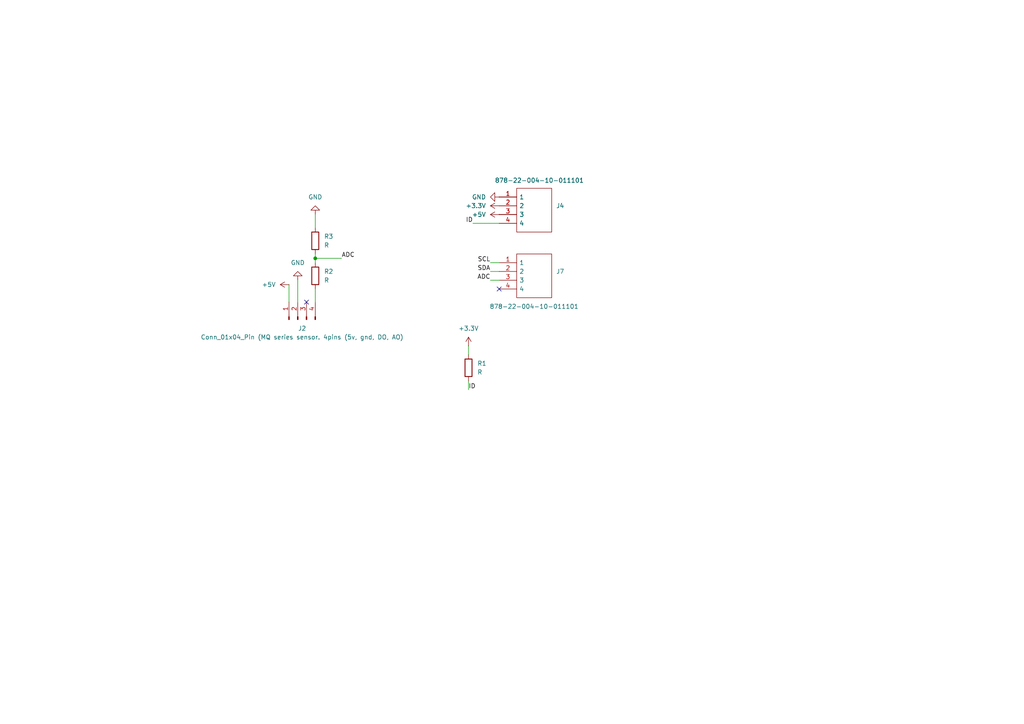
<source format=kicad_sch>
(kicad_sch (version 20250114) (generator "eeschema") (generator_version "9.0")
  (paper "A4")
  (lib_symbols
    (symbol "878-22-004-10-011101:878-22-004-10-011101" (pin_names (offset 0.762))
      (property "Reference" "J" (at 16.51 7.62 0))
      (property "Value" "878-22-004-10-011101" (at 16.51 5.08 0))
      (symbol "878-22-004-10-011101_0_0"
        (pin passive line (at 0 0 0) (length 5.08) (name "1") (number "1"))
        (pin passive line (at 0 -2.54 0) (length 5.08) (name "2") (number "2"))
        (pin passive line (at 0 -5.08 0) (length 5.08) (name "3") (number "3"))
        (pin passive line (at 0 -7.62 0) (length 5.08) (name "4") (number "4"))
      )
      (symbol "878-22-004-10-011101_0_1"
        (polyline (pts (xy 5.08 2.54) (xy 15.24 2.54) (xy 15.24 -10.16) (xy 5.08 -10.16) (xy 5.08 2.54)) (stroke (width 0.1524)))
      )
    )
    (symbol "Connector:Conn_01x04_Pin" (pin_names (offset 1.016) (hide yes))
      (property "Reference" "J" (at 0 5.08 0))
      (property "Value" "Conn_01x04_Pin" (at 0 -7.62 0))
      (symbol "Conn_01x04_Pin_1_1"
        (rectangle (start 0.8636 2.667) (end 0 2.413) (stroke (width 0.1524)) (fill (type outline)))
        (rectangle (start 0.8636 0.127) (end 0 -0.127) (stroke (width 0.1524)) (fill (type outline)))
        (rectangle (start 0.8636 -2.413) (end 0 -2.667) (stroke (width 0.1524)) (fill (type outline)))
        (rectangle (start 0.8636 -4.953) (end 0 -5.207) (stroke (width 0.1524)) (fill (type outline)))
        (polyline (pts (xy 1.27 2.54) (xy 0.8636 2.54)) (stroke (width 0.1524)))
        (polyline (pts (xy 1.27 0) (xy 0.8636 0)) (stroke (width 0.1524)))
        (polyline (pts (xy 1.27 -2.54) (xy 0.8636 -2.54)) (stroke (width 0.1524)))
        (polyline (pts (xy 1.27 -5.08) (xy 0.8636 -5.08)) (stroke (width 0.1524)))
        (pin passive line (at 5.08 2.54 180) (length 3.81) (name "Pin_1") (number "1"))
        (pin passive line (at 5.08 0 180) (length 3.81) (name "Pin_2") (number "2"))
        (pin passive line (at 5.08 -2.54 180) (length 3.81) (name "Pin_3") (number "3"))
        (pin passive line (at 5.08 -5.08 180) (length 3.81) (name "Pin_4") (number "4"))
      )
    )
    (symbol "Device:R" (pin_numbers (hide yes)) (pin_names (offset 0))
      (property "Reference" "R" (at 2.032 0 90))
      (property "Value" "R" (at 0 0 90))
      (symbol "R_0_1"
        (rectangle (start -1.016 -2.54) (end 1.016 2.54) (stroke (width 0.254)))
      )
      (symbol "R_1_1"
        (pin passive line (at 0 3.81 270) (length 1.27) (name "~") (number "1"))
        (pin passive line (at 0 -3.81 90) (length 1.27) (name "~") (number "2"))
      )
    )
    (symbol "power:+3.3V" (power) (pin_numbers (hide yes)) (pin_names (offset 0) (hide yes))
      (property "Value" "+3.3V" (at 0 3.556 0))
      (symbol "+3.3V_0_1"
        (polyline (pts (xy -0.762 1.27) (xy 0 2.54)))
        (polyline (pts (xy 0 2.54) (xy 0.762 1.27)))
        (polyline (pts (xy 0 0) (xy 0 2.54)))
      )
      (symbol "+3.3V_1_1"
        (pin power_in line (at 0 0 90) (length 0) (name "~") (number "1"))
      )
    )
    (symbol "power:+5V" (power) (pin_numbers (hide yes)) (pin_names (offset 0) (hide yes))
      (property "Value" "+5V" (at 0 3.556 0))
      (symbol "+5V_0_1"
        (polyline (pts (xy -0.762 1.27) (xy 0 2.54)))
        (polyline (pts (xy 0 2.54) (xy 0.762 1.27)))
        (polyline (pts (xy 0 0) (xy 0 2.54)))
      )
      (symbol "+5V_1_1"
        (pin power_in line (at 0 0 90) (length 0) (name "~") (number "1"))
      )
    )
    (symbol "power:GND" (power) (pin_numbers (hide yes)) (pin_names (offset 0) (hide yes))
      (property "Value" "GND" (at 0 -3.81 0))
      (symbol "GND_0_1"
        (polyline (pts (xy 0 0) (xy 0 -1.27) (xy 1.27 -1.27) (xy 0 -2.54) (xy -1.27 -1.27) (xy 0 -1.27)))
      )
      (symbol "GND_1_1"
        (pin power_in line (at 0 0 270) (length 0) (name "~") (number "1"))
      )
    )
  )
  (junction (at 91.44 74.93))
  (no_connect (at 88.9 87.63))
  (no_connect (at 144.78 83.82))
  (wire (pts (xy 135.89 113.03) (xy 135.89 110.49)))
  (wire (pts (xy 86.36 81.28) (xy 86.36 87.63)))
  (wire (pts (xy 142.24 81.28) (xy 144.78 81.28)))
  (wire (pts (xy 91.44 62.23) (xy 91.44 66.04)))
  (wire (pts (xy 91.44 83.82) (xy 91.44 87.63)))
  (wire (pts (xy 91.44 74.93) (xy 99.06 74.93)))
  (wire (pts (xy 137.16 64.77) (xy 144.78 64.77)))
  (wire (pts (xy 83.82 82.55) (xy 83.82 87.63)))
  (wire (pts (xy 91.44 74.93) (xy 91.44 76.2)))
  (wire (pts (xy 144.78 78.74) (xy 142.24 78.74)))
  (wire (pts (xy 142.24 76.2) (xy 144.78 76.2)))
  (wire (pts (xy 135.89 100.33) (xy 135.89 102.87)))
  (wire (pts (xy 91.44 73.66) (xy 91.44 74.93)))
  (label "ID" (at 137.16 64.77 180))
  (label "ADC" (at 99.06 74.93 0))
  (label "ID" (at 135.89 113.03 0))
  (label "SCL" (at 142.24 76.2 180))
  (label "SDA" (at 142.24 78.74 180))
  (label "ADC" (at 142.24 81.28 180))
  (symbol (lib_id "878-22-004-10-011101:878-22-004-10-011101") (at 144.78 57.15 0) (unit 1)
    (property "Reference" "J4" (at 161.29 59.6899 0) (effects (justify left)))
    (property "Value" "878-22-004-10-011101" (at 143.51 52.324 0) (effects (justify left)))
    (property "Footprint" "BOREALIS:8782200410011101" (effects (hide yes)))
    (property "Datasheet" "https://www.mill-max.com/products/spring-loaded/slc-pin-header-strip/878-xx-xxx-10-011101/878-22-004-10-011101?s_term=878-22-004-10-011101&s_type=Quick/Product/Part%20Number%20Search" (effects (hide yes)))
    (property "Description" "Headers & Wire Housings Magnetic Spring-Loaded Pin Header Strip 4 Pins" (effects (hide yes)))
    (property "Description_1" "Headers & Wire Housings Magnetic Spring-Loaded Pin Header Strip 4 Pins" (effects (hide yes)))
    (property "Height" "9.6" (effects (hide yes)))
    (property "Mouser Part Number" "575-8782200410010000" (effects (hide yes)))
    (property "Mouser Price/Stock" "https://www.mouser.co.uk/ProductDetail/Mill-Max/878-22-004-10-011101?qs=t7xnP681wgWdOYPvR3%252B%2FbA%3D%3D" (effects (hide yes)))
    (property "Manufacturer_Name" "Mill-Max" (effects (hide yes)))
    (property "Manufacturer_Part_Number" "878-22-004-10-011101" (effects (hide yes)))
  )
  (symbol (lib_id "Device:R") (at 91.44 69.85 0) (unit 1)
    (property "Reference" "R3" (at 93.98 68.5799 0) (effects (justify left)))
    (property "Value" "R" (at 93.98 71.1199 0) (effects (justify left)))
    (property "Footprint" "Resistor_SMD:R_0805_2012Metric" (effects (hide yes)))
    (property "Description" "Resistor" (effects (hide yes)))
  )
  (symbol (lib_id "power:GND") (at 144.78 57.15 270) (unit 1)
    (property "Reference" "#PWR08" (effects (hide yes)))
    (property "Value" "GND" (at 140.97 57.1499 90) (effects (justify right)))
    (property "Description" "Power symbol creates a global label with name \"GND\" , ground" (effects (hide yes)))
  )
  (symbol (lib_id "power:+3.3V") (at 135.89 100.33 0) (unit 1)
    (property "Reference" "#PWR02" (effects (hide yes)))
    (property "Value" "+3.3V" (at 135.89 95.25 0))
    (property "Description" "Power symbol creates a global label with name \"+3.3V\"" (effects (hide yes)))
  )
  (symbol (lib_id "Connector:Conn_01x04_Pin") (at 86.36 92.71 90) (unit 1)
    (property "Reference" "J2" (at 87.63 95.25 90))
    (property "Value" "Conn_01x04_Pin (MQ series sensor. 4pins (5v, gnd, DO, AO)" (at 87.63 97.79 90))
    (property "Description" "Generic connector, single row, 01x04, script generated" (effects (hide yes)))
  )
  (symbol (lib_id "power:+3.3V") (at 144.78 59.69 90) (unit 1)
    (property "Reference" "#PWR010" (effects (hide yes)))
    (property "Value" "+3.3V" (at 140.97 59.6899 90) (effects (justify left)))
    (property "Description" "Power symbol creates a global label with name \"+3.3V\"" (effects (hide yes)))
  )
  (symbol (lib_id "Device:R") (at 91.44 80.01 0) (unit 1)
    (property "Reference" "R2" (at 93.98 78.7399 0) (effects (justify left)))
    (property "Value" "R" (at 93.98 81.2799 0) (effects (justify left)))
    (property "Footprint" "Resistor_SMD:R_0805_2012Metric" (effects (hide yes)))
    (property "Description" "Resistor" (effects (hide yes)))
  )
  (symbol (lib_id "power:GND") (at 91.44 62.23 180) (unit 1)
    (property "Reference" "#PWR05" (effects (hide yes)))
    (property "Value" "GND" (at 91.44 57.15 0))
    (property "Description" "Power symbol creates a global label with name \"GND\" , ground" (effects (hide yes)))
  )
  (symbol (lib_id "power:+5V") (at 83.82 82.55 90) (unit 1)
    (property "Reference" "#PWR03" (effects (hide yes)))
    (property "Value" "+5V" (at 80.01 82.5499 90) (effects (justify left)))
    (property "Description" "Power symbol creates a global label with name \"+5V\"" (effects (hide yes)))
  )
  (symbol (lib_id "power:+5V") (at 144.78 62.23 90) (unit 1)
    (property "Reference" "#PWR016" (effects (hide yes)))
    (property "Value" "+5V" (at 140.97 62.2299 90) (effects (justify left)))
    (property "Description" "Power symbol creates a global label with name \"+5V\"" (effects (hide yes)))
  )
  (symbol (lib_id "878-22-004-10-011101:878-22-004-10-011101") (at 144.78 76.2 0) (unit 1)
    (property "Reference" "J7" (at 161.29 78.7399 0) (effects (justify left)))
    (property "Value" "878-22-004-10-011101" (at 141.986 88.9 0) (effects (justify left)))
    (property "Footprint" "BOREALIS:8782200410011101" (effects (hide yes)))
    (property "Datasheet" "https://www.mill-max.com/products/spring-loaded/slc-pin-header-strip/878-xx-xxx-10-011101/878-22-004-10-011101?s_term=878-22-004-10-011101&s_type=Quick/Product/Part%20Number%20Search" (effects (hide yes)))
    (property "Description" "Headers & Wire Housings Magnetic Spring-Loaded Pin Header Strip 4 Pins" (effects (hide yes)))
    (property "Description_1" "Headers & Wire Housings Magnetic Spring-Loaded Pin Header Strip 4 Pins" (effects (hide yes)))
    (property "Height" "9.6" (effects (hide yes)))
    (property "Mouser Part Number" "575-8782200410010000" (effects (hide yes)))
    (property "Mouser Price/Stock" "https://www.mouser.co.uk/ProductDetail/Mill-Max/878-22-004-10-011101?qs=t7xnP681wgWdOYPvR3%252B%2FbA%3D%3D" (effects (hide yes)))
    (property "Manufacturer_Name" "Mill-Max" (effects (hide yes)))
    (property "Manufacturer_Part_Number" "878-22-004-10-011101" (effects (hide yes)))
  )
  (symbol (lib_id "Device:R") (at 135.89 106.68 0) (unit 1)
    (property "Reference" "R1" (at 138.43 105.4099 0) (effects (justify left)))
    (property "Value" "R" (at 138.43 107.9499 0) (effects (justify left)))
    (property "Footprint" "Resistor_SMD:R_0805_2012Metric" (effects (hide yes)))
    (property "Description" "Resistor" (effects (hide yes)))
  )
  (symbol (lib_id "power:GND") (at 86.36 81.28 180) (unit 1)
    (property "Reference" "#PWR01" (effects (hide yes)))
    (property "Value" "GND" (at 86.36 76.2 0))
    (property "Description" "Power symbol creates a global label with name \"GND\" , ground" (effects (hide yes)))
  )
)
</source>
